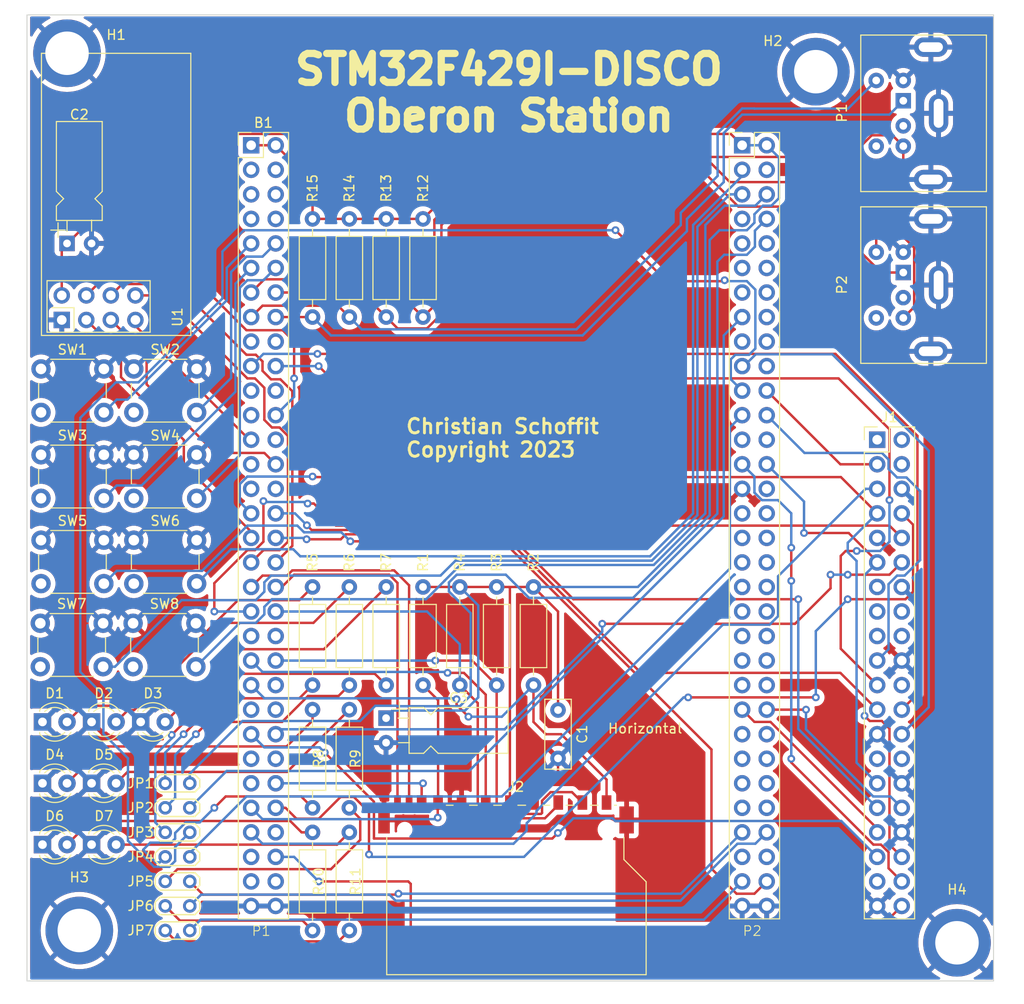
<source format=kicad_pcb>
(kicad_pcb (version 20221018) (generator pcbnew)
  (layers (0 "F.Cu" signal) (1 "In1.Cu" signal) (2 "In2.Cu" signal) (31 "B.Cu" signal) (34 "B.Paste" user) (35 "F.Paste" user) (36 "B.SilkS" user "B.Silkscreen") (37 "F.SilkS" user "F.Silkscreen") (38 "B.Mask" user) (39 "F.Mask" user) (44 "Edge.Cuts" user))
  (net 0 "")
  (net 1 "+5V")
  (net 8 "/PB1")
  (net 9 "/PB2")
  (net 10 "/PB3")
  (net 11 "/PB4")
  (net 12 "/CLOCK2")
  (net 13 "/DATA2")
  (net 14 "/CLOCK1")
  (net 15 "/DATA1")
  (net 18 "/B6")
  (net 19 "/B7")
  (net 23 "/CS")
  (net 24 "/MISO")
  (net 27 "/SCK")
  (net 30 "/B3")
  (net 31 "/B4")
  (net 32 "/CE")
  (net 33 "/G3")
  (net 34 "/IRQ")
  (net 35 "/MOSI")
  (net 36 "/CARD_DETECT")
  (net 37 "/WRITE_PROTECT")
  (net 38 "/G7")
  (net 39 "/SDIO_CMD")
  (net 42 "/SDIO_CK")
  (net 43 "/SDIO_D3")
  (net 44 "/SDIO_D2")
  (net 48 "/R5")
  (net 49 "/R4")
  (net 53 "/SDIO_D1")
  (net 54 "/SDIO_D0")
  (net 55 "/G6")
  (net 56 "/H_SYNC")
  (net 59 "/R7")
  (net 62 "GND")
  (net 63 "+3V0")
  (net 64 "/PB6")
  (net 66 "/PB7")
  (net 67 "/PB8")
  (net 69 "/LED1")
  (net 76 "/LED2")
  (net 80 "/B5")
  (net 82 "/LED3")
  (net 83 "/V_SYNC")
  (net 84 "/LED4")
  (net 85 "/G2")
  (net 88 "/R6")
  (net 89 "/R3")
  (net 107 "/G5")
  (net 108 "/G4")
  (net 117 "/LED5")
  (net 118 "/LED6")
  (net 121 "/LED7")
  (net 122 "/PB5")
  (net 123 "Net-(D1-A)")
  (net 124 "Net-(D2-A)")
  (net 125 "Net-(D3-A)")
  (net 126 "Net-(D4-A)")
  (net 127 "Net-(D5-A)")
  (net 128 "Net-(D6-A)")
  (net 129 "Net-(D7-A)")
  (net 142 "Net-(JP1-A)")
  (net 143 "Net-(JP2-A)")
  (net 144 "Net-(JP3-A)")
  (net 145 "Net-(JP4-A)")
  (net 146 "Net-(JP5-A)")
  (net 147 "Net-(JP6-A)")
  (net 148 "Net-(JP7-A)")
  (footprint "Resistor_THT:R_Axial_DIN0207_L6.3mm_D2.5mm_P10.16mm_Horizontal" (layer "F.Cu") (at 129.54 144.78 90)
    (fp_text reference "R10")
    (fp_text value "220")
  )
  (footprint "TestPoint:TestPoint_2Pads_Pitch2.54mm_Drill0.8mm" (layer "F.Cu") (at 114.3 132.08)
    (fp_text reference "JP2")
    (fp_text value "LED2")
  )
  (footprint "Button_Switch_THT:SW_PUSH_6mm" (layer "F.Cu") (at 111.05 104.375)
    (fp_text reference "SW6")
    (fp_text value "PB")
  )
  (footprint "Resistor_THT:R_Axial_DIN0207_L6.3mm_D2.5mm_P10.16mm_Horizontal" (layer "F.Cu") (at 140.97 71.12 -90)
    (fp_text reference "R12")
    (fp_text value "10K")
  )
  (footprint "Connector_PinHeader_2.54mm:PinHeader_2x20_P2.54mm_Vertical" (layer "F.Cu") (at 187.96 93.98)
    (fp_text reference "J1")
    (fp_text value "VGA_666_ADAPTER")
  )
  (footprint "TestPoint:TestPoint_2Pads_Pitch2.54mm_Drill0.8mm" (layer "F.Cu") (at 114.3 142.24)
    (fp_text reference "JP6")
    (fp_text value "LED6")
  )
  (footprint "LED_THT:LED_D3.0mm" (layer "F.Cu") (at 106.68 129.54)
    (fp_text reference "D5")
    (fp_text value "LED")
  )
  (footprint "LED_THT:LED_D3.0mm" (layer "F.Cu") (at 106.68 135.89)
    (fp_text reference "D7")
    (fp_text value "LED")
  )
  (footprint "Button_Switch_THT:SW_PUSH_6mm" (layer "F.Cu") (at 101.45 86.65)
    (fp_text reference "SW1")
    (fp_text value "PB")
  )
  (footprint "MountingHole:MountingHole_4.5mm_Pad_Small" (layer "F.Cu") (at 181.61 55.88)
    (fp_text reference "H2")
    (fp_text value "MountingHole_Pad")
  )
  (footprint "Custom_Footprints:Connector_Mini-DIN_Female_6Pin_2rows" (layer "F.Cu") (at 190.66 76.67 90)
    (fp_text reference "P2")
    (fp_text value "Mini-DIN_6pins-KB_MOUSE")
  )
  (footprint "Button_Switch_THT:SW_PUSH_6mm" (layer "F.Cu") (at 110.975 112.975)
    (fp_text reference "SW8")
    (fp_text value "PB")
  )
  (footprint "Connector_Card:SD_AC_SL1100" (layer "F.Cu") (at 150.585 140.97)
    (fp_text reference "J2")
    (fp_text value "SD_Card")
  )
  (footprint "Resistor_THT:R_Axial_DIN0207_L6.3mm_D2.5mm_P10.16mm_Horizontal" (layer "F.Cu") (at 144.78 109.22 -90)
    (fp_text reference "R4")
    (fp_text value "4K7")
  )
  (footprint "LED_THT:LED_D3.0mm" (layer "F.Cu") (at 101.6 123.19)
    (fp_text reference "D1")
    (fp_text value "LED")
  )
  (footprint "Button_Switch_THT:SW_PUSH_6mm" (layer "F.Cu") (at 111.05 86.65)
    (fp_text reference "SW2")
    (fp_text value "PB")
  )
  (footprint "Resistor_THT:R_Axial_DIN0207_L6.3mm_D2.5mm_P10.16mm_Horizontal" (layer "F.Cu") (at 133.35 132.08 90)
    (fp_text reference "R9")
    (fp_text value "220")
  )
  (footprint "Discovery_Board:STM32F429I_DISCO" (layer "F.Cu") (at 123.19 63.5)
    (fp_text reference "B1")
    (fp_text value "STM32F429I_DISCO")
  )
  (footprint "TestPoint:TestPoint_2Pads_Pitch2.54mm_Drill0.8mm" (layer "F.Cu") (at 114.3 134.62)
    (fp_text reference "JP3")
    (fp_text value "LED3")
  )
  (footprint "Custom_Footprints:Connector_Mini-DIN_Female_6Pin_2rows" (layer "F.Cu") (at 190.66 58.89 90)
    (fp_text reference "P1")
    (fp_text value "Mini-DIN_6pins-KB_MOUSE")
  )
  (footprint "Button_Switch_THT:SW_PUSH_6mm" (layer "F.Cu") (at 111.05 95.54)
    (fp_text reference "SW4")
    (fp_text value "PB")
  )
  (footprint "Resistor_THT:R_Axial_DIN0207_L6.3mm_D2.5mm_P10.16mm_Horizontal" (layer "F.Cu") (at 152.4 109.22 -90)
    (fp_text reference "R2")
    (fp_text value "4K7")
  )
  (footprint "Resistor_THT:R_Axial_DIN0207_L6.3mm_D2.5mm_P10.16mm_Horizontal" (layer "F.Cu") (at 133.35 144.78 90)
    (fp_text reference "R11")
    (fp_text value "220")
  )
  (footprint "MountingHole:MountingHole_4.5mm_Pad_Small" (layer "F.Cu") (at 104.14 53.975)
    (fp_text reference "H1")
    (fp_text value "MountingHole_Pad")
  )
  (footprint "LED_THT:LED_D3.0mm" (layer "F.Cu") (at 101.6 129.54)
    (fp_text reference "D4")
    (fp_text value "LED")
  )
  (footprint "Capacitor_THT:CP_Radial_L10.0mm_D4.5mm_Horizontal" (layer "F.Cu") (at 137.15 124.0675)
    (fp_text reference "C3")
    (fp_text value "100u")
  )
  (footprint "MountingHole:MountingHole_4.5mm_Pad_Small" (layer "F.Cu") (at 105.41 144.78)
    (fp_text reference "H3")
    (fp_text value "MountingHole_Pad")
  )
  (footprint "Capacitor_THT:C_Disc_D7.0mm_W2.5mm_P5.00mm" (layer "F.Cu") (at 154.94 121.96 -90)
    (fp_text reference "C1")
    (fp_text value "100n")
  )
  (footprint "Resistor_THT:R_Axial_DIN0207_L6.3mm_D2.5mm_P10.16mm_Horizontal" (layer "F.Cu") (at 129.54 132.08 90)
    (fp_text reference "R8")
    (fp_text value "220")
  )
  (footprint "LED_THT:LED_D3.0mm" (layer "F.Cu") (at 111.76 123.19)
    (fp_text reference "D3")
    (fp_text value "LED")
  )
  (footprint "TestPoint:TestPoint_2Pads_Pitch2.54mm_Drill0.8mm" (layer "F.Cu") (at 114.3 139.7)
    (fp_text reference "JP5")
    (fp_text value "LED5")
  )
  (footprint "Resistor_THT:R_Axial_DIN0207_L6.3mm_D2.5mm_P10.16mm_Horizontal" (layer "F.Cu") (at 148.59 109.22 -90)
    (fp_text reference "R3")
    (fp_text value "4K7")
  )
  (footprint "Resistor_THT:R_Axial_DIN0207_L6.3mm_D2.5mm_P10.16mm_Horizontal" (layer "F.Cu") (at 133.35 119.38 90)
    (fp_text reference "R6")
    (fp_text value "220")
  )
  (footprint "Capacitor_THT:CP_Radial_L10.0mm_D4.5mm_Horizontal" (layer "F.Cu") (at 105.41 73.66 90)
    (fp_text reference "C2")
    (fp_text value "100u")
  )
  (footprint "MountingHole:MountingHole_4.5mm_Pad_Small" (layer "F.Cu") (at 196.215 146.05)
    (fp_text reference "H4")
    (fp_text value "MountingHole_Pad")
  )
  (footprint "TestPoint:TestPoint_2Pads_Pitch2.54mm_Drill0.8mm" (layer "F.Cu") (at 114.3 129.54)
    (fp_text reference "JP1")
    (fp_text value "LED1")
  )
  (footprint "Resistor_THT:R_Axial_DIN0207_L6.3mm_D2.5mm_P10.16mm_Horizontal" (layer "F.Cu") (at 129.54 71.12 -90)
    (fp_text reference "R15")
    (fp_text value "10K")
  )
  (footprint "TestPoint:TestPoint_2Pads_Pitch2.54mm_Drill0.8mm" (layer "F.Cu") (at 114.3 144.78)
    (fp_text reference "JP7")
    (fp_text value "LED7")
  )
  (footprint "Button_Switch_THT:SW_PUSH_6mm" (layer "F.Cu") (at 101.375 112.975)
    (fp_text reference "SW7")
    (fp_text value "PB")
  )
  (footprint "Resistor_THT:R_Axial_DIN0207_L6.3mm_D2.5mm_P10.16mm_Horizontal" (layer "F.Cu") (at 137.16 71.12 -90)
    (fp_text reference "R13")
    (fp_text value "10K")
  )
  (footprint "Resistor_THT:R_Axial_DIN0207_L6.3mm_D2.5mm_P10.16mm_Horizontal" (layer "F.Cu") (at 140.97 109.22 -90)
    (fp_text reference "R1")
    (fp_text value "4K7")
  )
  (footprint "RF_Module:nRF24L01_Breakout" (layer "F.Cu") (at 103.595 81.58 90)
    (fp_text reference "U1")
    (fp_text value "NRF24L01_Breakout")
  )
  (footprint "LED_THT:LED_D3.0mm" (layer "F.Cu") (at 106.68 123.19)
    (fp_text reference "D2")
    (fp_text value "LED")
  )
  (footprint "TestPoint:TestPoint_2Pads_Pitch2.54mm_Drill0.8mm" (layer "F.Cu") (at 114.3 137.16)
    (fp_text reference "JP4")
    (fp_text value "LED4")
  )
  (footprint "Button_Switch_THT:SW_PUSH_6mm" (layer "F.Cu") (at 101.45 95.54)
    (fp_text reference "SW3")
    (fp_text value "PB")
  )
  (footprint "Resistor_THT:R_Axial_DIN0207_L6.3mm_D2.5mm_P10.16mm_Horizontal" (layer "F.Cu") (at 137.16 119.38 90)
    (fp_text reference "R7")
    (fp_text value "220")
  )
  (footprint "Button_Switch_THT:SW_PUSH_6mm" (layer "F.Cu") (at 101.45 104.375)
    (fp_text reference "SW5")
    (fp_text value "PB")
  )
  (footprint "Resistor_THT:R_Axial_DIN0207_L6.3mm_D2.5mm_P10.16mm_Horizontal" (layer "F.Cu") (at 133.35 71.12 -90)
    (fp_text reference "R14")
    (fp_text value "10K")
  )
  (footprint "LED_THT:LED_D3.0mm" (layer "F.Cu") (at 101.6 135.89)
    (fp_text reference "D6")
    (fp_text value "LED")
  )
  (footprint "Resistor_THT:R_Axial_DIN0207_L6.3mm_D2.5mm_P10.16mm_Horizontal" (layer "F.Cu") (at 129.54 119.38 90)
    (fp_text reference "R5")
    (fp_text value "220")
  )
  (gr_line (start 200 50) (end 200 150) (stroke (width 0.1)) (layer "Edge.Cuts"))
  (gr_line (start 100 150) (end 100 50) (stroke (width 0.1)) (layer "Edge.Cuts"))
  (gr_line (start 200 150) (end 100 150) (stroke (width 0.1)) (layer "Edge.Cuts"))
  (gr_line (start 100 50) (end 200 50) (stroke (width 0.1)) (layer "Edge.Cuts"))
  (gr_text "Horizontal" (at 160.02 124.46) (layer "F.SilkS") (effects (font (size 1 1)) (justify left bottom)))
  (gr_text "STM32F429I-DISCO\nOberon Station" (at 149.86 62.23) (layer "F.SilkS") (effects (font (size 3 3) (thickness 0.75) bold) (justify bottom)))
  (gr_text "Christian Schoffit\nCopyright 2023" (at 139.065 95.885) (layer "F.SilkS") (effects (font (size 1.5 1.5) (thickness 0.3) bold) (justify left bottom)))
  (segment (start 133.35 71.12) (end 137.16 71.12) (width 0.25) (layer "F.Cu") (net 1))
  (segment (start 125.73 63.5) (end 123.19 63.5) (width 0.25) (layer "F.Cu") (net 1))
  (segment (start 140.97 71.12) (end 147.382005 64.707995) (width 0.25) (layer "F.Cu") (net 1))
  (segment (start 190.66 63.59) (end 190.66 72.979009) (width 0.25) (layer "F.Cu") (net 1))
  (segment (start 185.151014 64.707995) (end 187.394009 62.465) (width 0.25) (layer "F.Cu") (net 1))
  (segment (start 189.535 62.465) (end 190.66 63.59) (width 0.25) (layer "F.Cu") (net 1))
  (segment (start 191.785 80.245) (end 190.66 81.37) (width 0.25) (layer "F.Cu") (net 1))
  (segment (start 129.54 71.12) (end 133.35 71.12) (width 0.25) (layer "F.Cu") (net 1))
  (segment (start 187.394009 62.465) (end 189.535 62.465) (width 0.25) (layer "F.Cu") (net 1))
  (segment (start 191.785 74.104009) (end 191.785 80.245) (width 0.25) (layer "F.Cu") (net 1))
  (segment (start 190.66 72.979009) (end 191.785 74.104009) (width 0.25) (layer "F.Cu") (net 1))
  (segment (start 129.54 67.31) (end 129.54 71.12) (width 0.25) (layer "F.Cu") (net 1))
  (segment (start 147.382005 64.707995) (end 185.151014 64.707995) (width 0.25) (layer "F.Cu") (net 1))
  (segment (start 125.73 63.5) (end 129.54 67.31) (width 0.25) (layer "F.Cu") (net 1))
  (segment (start 137.16 71.12) (end 140.97 71.12) (width 0.25) (layer "F.Cu") (net 1))
  (segment (start 120.666497 79.543026) (end 120.666497 76.183503) (width 0.25) (layer "B.Cu") (net 8))
  (segment (start 120.666497 76.183503) (end 123.19 73.66) (width 0.25) (layer "B.Cu") (net 8))
  (segment (start 107.95 91.15) (end 109.275 89.825) (width 0.25) (layer "B.Cu") (net 8))
  (segment (start 109.275 89.825) (end 110.384523 89.825) (width 0.25) (layer "B.Cu") (net 8))
  (segment (start 110.384523 89.825) (end 120.666497 79.543026) (width 0.25) (layer "B.Cu") (net 8))
  (segment (start 121.115998 76.612301) (end 122.703299 75.025) (width 0.25) (layer "B.Cu") (net 9))
  (segment (start 121.115998 87.584002) (end 121.115998 76.612301) (width 0.25) (layer "B.Cu") (net 9))
  (segment (start 124.365 75.025) (end 125.73 73.66) (width 0.25) (layer "B.Cu") (net 9))
  (segment (start 122.703299 75.025) (end 124.365 75.025) (width 0.25) (layer "B.Cu") (net 9))
  (segment (start 117.55 91.15) (end 121.115998 87.584002) (width 0.25) (layer "B.Cu") (net 9))
  (segment (start 107.95 100.04) (end 109.275 98.715) (width 0.25) (layer "B.Cu") (net 10))
  (segment (start 111.858833 98.715) (end 121.565499 89.008334) (width 0.25) (layer "B.Cu") (net 10))
  (segment (start 109.275 98.715) (end 111.858833 98.715) (width 0.25) (layer "B.Cu") (net 10))
  (segment (start 121.565499 89.008334) (end 121.565499 77.824501) (width 0.25) (layer "B.Cu") (net 10))
  (segment (start 121.565499 77.824501) (end 123.19 76.2) (width 0.25) (layer "B.Cu") (net 10))
  (segment (start 117.55 100.04) (end 122.015 95.575) (width 0.25) (layer "B.Cu") (net 11))
  (segment (start 122.015 95.575) (end 122.015 78.253299) (width 0.25) (layer "B.Cu") (net 11))
  (segment (start 122.015 78.253299) (end 122.798299 77.47) (width 0.25) (layer "B.Cu") (net 11))
  (segment (start 124.46 77.47) (end 125.73 76.2) (width 0.25) (layer "B.Cu") (net 11))
  (segment (start 122.798299 77.47) (end 124.46 77.47) (width 0.25) (layer "B.Cu") (net 11))
  (segment (start 142.145 71.215) (end 147.955 65.405) (width 0.25) (layer "F.Cu") (net 12))
  (segment (start 187.96 69.215) (end 187.86 69.315) (width 0.25) (layer "F.Cu") (net 12))
  (segment (start 137.065 77.375) (end 124.555 77.375) (width 0.25) (layer "F.Cu") (net 12))
  (segment (start 172.72 67.31) (end 186.055 67.31) (width 0.25) (layer "F.Cu") (net 12))
  (segment (start 140.97 81.28) (end 142.145 80.105) (width 0.25) (layer "F.Cu") (net 12))
  (segment (start 140.97 81.28) (end 137.065 77.375) (width 0.25) (layer "F.Cu") (net 12))
  (segment (start 185.96 67.215) (end 187.96 69.215) (width 0.25) (layer "F.Cu") (net 12))
  (segment (start 124.555 77.375) (end 123.19 78.74) (width 0.25) (layer "F.Cu") (net 12))
  (segment (start 147.955 65.405) (end 170.815 65.405) (width 0.25) (layer "F.Cu") (net 12))
  (segment (start 142.145 80.105) (end 142.145 71.215) (width 0.25) (layer "F.Cu") (net 12))
  (segment (start 170.815 65.405) (end 172.72 67.31) (width 0.25) (layer "F.Cu") (net 12))
  (segment (start 187.86 69.315) (end 187.86 74.57) (width 0.25) (layer "F.Cu") (net 12))
  (segment (start 141.385991 82.455) (end 142.875 80.965991) (width 0.25) (layer "F.Cu") (net 13))
  (segment (start 137.16 81.28) (end 138.335 82.455) (width 0.25) (layer "F.Cu") (net 13))
  (segment (start 169.7883 66.04) (end 173.598299 69.85) (width 0.25) (layer "F.Cu") (net 13))
  (segment (start 148.59 66.04) (end 169.7883 66.04) (width 0.25) (layer "F.Cu") (net 13))
  (segment (start 137.16 81.28) (end 134.62 78.74) (width 0.25) (layer "F.Cu") (net 13))
  (segment (start 134.62 78.74) (end 125.73 78.74) (width 0.25) (layer "F.Cu") (net 13))
  (segment (start 138.335 82.455) (end 141.385991 82.455) (width 0.25) (layer "F.Cu") (net 13))
  (segment (start 186.055 74.355991) (end 188.369009 76.67) (width 0.25) (layer "F.Cu") (net 13))
  (segment (start 186.055 69.85) (end 186.055 74.355991) (width 0.25) (layer "F.Cu") (net 13))
  (segment (start 142.875 80.965991) (end 142.875 71.755) (width 0.25) (layer "F.Cu") (net 13))
  (segment (start 142.875 71.755) (end 148.59 66.04) (width 0.25) (layer "F.Cu") (net 13))
  (segment (start 188.369009 76.67) (end 190.66 76.67) (width 0.25) (layer "F.Cu") (net 13))
  (segment (start 173.598299 69.85) (end 186.055 69.85) (width 0.25) (layer "F.Cu") (net 13))
  (segment (start 124.365 80.105) (end 123.19 81.28) (width 0.25) (layer "F.Cu") (net 14))
  (segment (start 132.175 80.105) (end 124.365 80.105) (width 0.25) (layer "F.Cu") (net 14))
  (segment (start 133.35 81.28) (end 132.175 80.105) (width 0.25) (layer "F.Cu") (net 14))
  (segment (start 171.45 66.675) (end 171.45 62.23) (width 0.25) (layer "B.Cu") (net 14))
  (segment (start 167.64 70.485) (end 171.45 66.675) (width 0.25) (layer "B.Cu") (net 14))
  (segment (start 133.35 81.28) (end 134.62 82.55) (width 0.25) (layer "B.Cu") (net 14))
  (segment (start 156.845 82.55) (end 167.64 71.755) (width 0.25) (layer "B.Cu") (net 14))
  (segment (start 173.99 59.69) (end 175.245 59.69) (width 0.25) (layer "B.Cu") (net 14))
  (segment (start 171.45 62.23) (end 173.99 59.69) (width 0.25) (layer "B.Cu") (net 14))
  (segment (start 134.62 82.55) (end 156.845 82.55) (width 0.25) (layer "B.Cu") (net 14))
  (segment (start 175.26 59.705) (end 184.945 59.705) (width 0.25) (layer "B.Cu") (net 14))
  (segment (start 175.245 59.69) (end 175.26 59.705) (width 0.25) (layer "B.Cu") (net 14))
  (segment (start 167.64 71.755) (end 167.64 70.485) (width 0.25) (layer "B.Cu") (net 14))
  (segment (start 187.86 56.79) (end 184.945 59.705) (width 0.25) (layer "B.Cu") (net 14))
  (segment (start 125.73 81.28) (end 129.54 81.28) (width 0.25) (layer "F.Cu") (net 15))
  (segment (start 189.225 60.325) (end 173.99069 60.325) (width 0.25) (layer "B.Cu") (net 15))
  (segment (start 168.275 71.12) (end 168.275 72.39) (width 0.25) (layer "B.Cu") (net 15))
  (segment (start 190.66 58.89) (end 189.225 60.325) (width 0.25) (layer "B.Cu") (net 15))
  (segment (start 168.275 72.39) (end 157.48 83.185) (width 0.25) (layer "B.Cu") (net 15))
  (segment (start 172.085 62.23069) (end 172.085 67.31) (width 0.25) (layer "B.Cu") (net 15))
  (segment (start 157.48 83.185) (end 131.445 83.185) (width 0.25) (layer "B.Cu") (net 15))
  (segment (start 172.085 67.31) (end 168.275 71.12) (width 0.25) (layer "B.Cu") (net 15))
  (segment (start 131.445 83.185) (end 129.54 81.28) (width 0.25) (layer "B.Cu") (net 15))
  (segment (start 173.99069 60.325) (end 172.085 62.23069) (width 0.25) (layer "B.Cu") (net 15))
  (segment (start 183.642 85.09) (end 130.048 85.09) (width 0.25) (layer "F.Cu") (net 18))
  (segment (start 192.124501 93.572501) (end 183.642 85.09) (width 0.25) (layer "F.Cu") (net 18))
  (segment (start 190.5 121.92) (end 192.124501 120.295499) (width 0.25) (layer "F.Cu") (net 18))
  (segment (start 192.124501 120.295499) (end 192.124501 93.572501) (width 0.25) (layer "F.Cu") (net 18))
  (via (at 130.048 85.09) (size 0.8) (drill 0.4) (layers "F.Cu" "B.Cu") (net 18))
  (segment (start 130.048 85.09) (end 124.46 85.09) (width 0.25) (layer "B.Cu") (net 18))
  (segment (start 124.46 85.09) (end 123.19 86.36) (width 0.25) (layer "B.Cu") (net 18))
  (segment (start 184.702116 105.492884) (end 185.845117 105.492884) (width 0.25) (layer "F.Cu") (net 19))
  (segment (start 189.23 100.120688) (end 189.125344 100.225344) (width 0.25) (layer "F.Cu") (net 19))
  (segment (start 131.445 87.63) (end 183.96 87.63) (width 0.25) (layer "F.Cu") (net 19))
  (segment (start 189.23 92.9) (end 189.23 100.120688) (width 0.25) (layer "F.Cu") (net 19))
  (segment (start 183.96 87.63) (end 189.23 92.9) (width 0.25) (layer "F.Cu") (net 19))
  (segment (start 130.175 86.36) (end 131.445 87.63) (width 0.25) (layer "F.Cu") (net 19))
  (segment (start 184.1875 115.6075) (end 184.1875 106.0075) (width 0.25) (layer "F.Cu") (net 19))
  (segment (start 187.96 119.38) (end 184.1875 115.6075) (width 0.25) (layer "F.Cu") (net 19))
  (segment (start 184.1875 106.0075) (end 184.702116 105.492884) (width 0.25) (layer "F.Cu") (net 19))
  (via (at 185.845117 105.492884) (size 0.8) (drill 0.4) (layers "F.Cu" "B.Cu") (net 19))
  (via (at 189.23 100.225344) (size 0.8) (drill 0.4) (layers "F.Cu" "B.Cu") (net 19))
  (via (at 130.175 86.36) (size 0.8) (drill 0.4) (layers "F.Cu" "B.Cu") (net 19))
  (segment (start 188.268817 105.492884) (end 185.845117 105.492884) (width 0.25) (layer "B.Cu") (net 19))
  (segment (start 189.23 104.531701) (end 188.268817 105.492884) (width 0.25) (layer "B.Cu") (net 19))
  (segment (start 189.23 100.33) (end 189.23 104.531701) (width 0.25) (layer "B.Cu") (net 19))
  (segment (start 130.175 86.36) (end 125.73 86.36) (width 0.25) (layer "B.Cu") (net 19))
  (segment (start 117.473798 77.415499) (end 122.703299 82.645) (width 0.25) (layer "F.Cu") (net 23))
  (segment (start 122.703299 82.645) (end 126.46 82.645) (width 0.25) (layer "F.Cu") (net 23))
  (segment (start 126.46 82.645) (end 127.635 83.82) (width 0.25) (layer "F.Cu") (net 23))
  (segment (start 127.635 83.82) (end 127.635 87.63) (width 0.25) (layer "F.Cu") (net 23))
  (segment (start 107.759501 77.415499) (end 117.473798 77.415499) (width 0.25) (layer "F.Cu") (net 23))
  (segment (start 106.135 79.04) (end 107.759501 77.415499) (width 0.25) (layer "F.Cu") (net 23))
  (via (at 127.635 87.63) (size 0.8) (drill 0.4) (layers "F.Cu" "B.Cu") (net 23))
  (segment (start 125.73 91.44) (end 127.635 89.535) (width 0.25) (layer "B.Cu") (net 23))
  (segment (start 127.635 89.535) (end 127.635 87.63) (width 0.25) (layer "B.Cu") (net 23))
  (segment (start 123.006167 93.98) (end 123.19 93.98) (width 0.25) (layer "F.Cu") (net 24))
  (segment (start 111.215 82.188833) (end 123.006167 93.98) (width 0.25) (layer "F.Cu") (net 24))
  (segment (start 111.215 81.58) (end 111.215 82.188833) (width 0.25) (layer "F.Cu") (net 24))
  (segment (start 108.675 81.58) (end 112.375 85.28) (width 0.25) (layer "F.Cu") (net 27))
  (segment (start 124.555 95.345) (end 125.73 96.52) (width 0.25) (layer "F.Cu") (net 27))
  (segment (start 112.375 88.245) (end 119.475 95.345) (width 0.25) (layer "F.Cu") (net 27))
  (segment (start 119.475 95.345) (end 124.555 95.345) (width 0.25) (layer "F.Cu") (net 27))
  (segment (start 112.375 85.28) (end 112.375 88.245) (width 0.25) (layer "F.Cu") (net 27))
  (segment (start 129.607811 97.848499) (end 129.598499 97.848499) (width 0.25) (layer "F.Cu") (net 30))
  (segment (start 184.208499 97.848499) (end 129.607811 97.848499) (width 0.25) (layer "F.Cu") (net 30))
  (segment (start 129.598499 97.848499) (end 129.54 97.79) (width 0.25) (layer "F.Cu") (net 30))
  (segment (start 187.96 101.6) (end 184.208499 97.848499) (width 0.25) (layer "F.Cu") (net 30))
  (via (at 129.54 97.79) (size 0.8) (drill 0.4) (layers "F.Cu" "B.Cu") (net 30))
  (segment (start 122.798299 97.79) (end 122.015 98.573299) (width 0.25) (layer "B.Cu") (net 30))
  (segment (start 129.54 97.79) (end 122.798299 97.79) (width 0.25) (layer "B.Cu") (net 30))
  (segment (start 187.96 129.54) (end 185.8264 127.4064) (width 0.25) (layer "B.Cu") (net 30))
  (segment (start 184.912 104.648) (end 187.96 101.6) (width 0.25) (layer "B.Cu") (net 30))
  (segment (start 122.015 100.425) (end 123.19 101.6) (width 0.25) (layer "B.Cu") (net 30))
  (segment (start 122.015 98.573299) (end 122.015 100.425) (width 0.25) (layer "B.Cu") (net 30))
  (segment (start 184.912 105.6132) (end 184.912 104.648) (width 0.25) (layer "B.Cu") (net 30))
  (segment (start 185.8264 106.5276) (end 184.912 105.6132) (width 0.25) (layer "B.Cu") (net 30))
  (segment (start 185.8264 127.4064) (end 185.8264 106.5276) (width 0.25) (layer "B.Cu") (net 30))
  (segment (start 149.361872 103.319501) (end 129.442526 103.319501) (width 0.25) (layer "F.Cu") (net 31))
  (segment (start 179.7945 110.49) (end 156.532371 110.49) (width 0.25) (layer "F.Cu") (net 31))
  (segment (start 129.442526 103.319501) (end 128.956999 102.833974) (width 0.25) (layer "F.Cu") (net 31))
  (segment (start 156.532371 110.49) (end 149.361872 103.319501) (width 0.25) (layer "F.Cu") (net 31))
  (via (at 179.7945 110.49) (size 0.8) (drill 0.4) (layers "F.Cu" "B.Cu") (net 31))
  (via (at 128.956999 102.833974) (size 0.8) (drill 0.4) (layers "F.Cu" "B.Cu") (net 31))
  (segment (start 125.73 101.6) (end 127.723104 101.6) (width 0.25) (layer "B.Cu") (net 31))
  (segment (start 128.956999 102.833895) (end 128.956999 102.833974) (width 0.25) (layer "B.Cu") (net 31))
  (segment (start 187.96 132.08) (end 179.7945 123.9145) (width 0.25) (layer "B.Cu") (net 31))
  (segment (start 127.723104 101.6) (end 128.956999 102.833895) (width 0.25) (layer "B.Cu") (net 31))
  (segment (start 179.7945 123.9145) (end 179.7945 110.49) (width 0.25) (layer "B.Cu") (net 31))
  (segment (start 116.225 96.54) (end 123.19 103.505) (width 0.25) (layer "F.Cu") (net 32))
  (segment (start 109.725 85.17) (end 109.725 87.5) (width 0.25) (layer "F.Cu") (net 32))
  (segment (start 123.19 103.505) (end 123.19 104.14) (width 0.25) (layer "F.Cu") (net 32))
  (segment (start 106.135 81.58) (end 109.725 85.17) (width 0.25) (layer "F.Cu") (net 32))
  (segment (start 116.225 94) (end 116.225 96.54) (width 0.25) (layer "F.Cu") (net 32))
  (segment (start 109.725 87.5) (end 116.225 94) (width 0.25) (layer "F.Cu") (net 32))
  (segment (start 132.977622 103.769002) (end 132.46365 104.282974) (width 0.25) (layer "F.Cu") (net 33))
  (segment (start 149.175683 103.769002) (end 132.977622 103.769002) (width 0.25) (layer "F.Cu") (net 33))
  (segment (start 163.516681 118.11) (end 149.175683 103.769002) (width 0.25) (layer "F.Cu") (net 33))
  (segment (start 187.96 121.92) (end 184.15 118.11) (width 0.25) (layer "F.Cu") (net 33))
  (segment (start 184.15 118.11) (end 163.516681 118.11) (width 0.25) (layer "F.Cu") (net 33))
  (segment (start 132.46365 104.282974) (end 128.928243 104.282974) (width 0.25) (layer "F.Cu") (net 33))
  (via (at 128.928243 104.282974) (size 0.8) (drill 0.4) (layers "F.Cu" "B.Cu") (net 33))
  (segment (start 125.73 104.14) (end 128.785269 104.14) (width 0.25) (layer "B.Cu") (net 33))
  (segment (start 128.785269 104.14) (end 128.928243 104.282974) (width 0.25) (layer "B.Cu") (net 33))
  (segment (start 126.121701 92.71) (end 127 93.588299) (width 0.25) (layer "F.Cu") (net 34))
  (segment (start 127 93.588299) (end 127 104.531701) (width 0.25) (layer "F.Cu") (net 34))
  (segment (start 124.555 91.926701) (end 125.338299 92.71) (width 0.25) (layer "F.Cu") (net 34))
  (segment (start 127 104.531701) (end 126.121701 105.41) (width 0.25) (layer "F.Cu") (net 34))
  (segment (start 122.798299 87.63) (end 123.581701 87.63) (width 0.25) (layer "F.Cu") (net 34))
  (segment (start 126.121701 105.41) (end 124.46 105.41) (width 0.25) (layer "F.Cu") (net 34))
  (segment (start 123.581701 87.63) (end 124.555 88.603299) (width 0.25) (layer "F.Cu") (net 34))
  (segment (start 124.46 105.41) (end 123.19 106.68) (width 0.25) (layer "F.Cu") (net 34))
  (segment (start 124.555 88.603299) (end 124.555 91.926701) (width 0.25) (layer "F.Cu") (net 34))
  (segment (start 111.215 79.04) (end 114.208299 79.04) (width 0.25) (layer "F.Cu") (net 34))
  (segment (start 114.208299 79.04) (end 122.798299 87.63) (width 0.25) (layer "F.Cu") (net 34))
  (segment (start 125.338299 92.71) (end 126.121701 92.71) (width 0.25) (layer "F.Cu") (net 34))
  (segment (start 109.85 77.865) (end 115.383299 77.865) (width 0.25) (layer "F.Cu") (net 35))
  (segment (start 125.243299 87.725) (end 126.216701 87.725) (width 0.25) (layer "F.Cu") (net 35))
  (segment (start 127.45 88.958299) (end 127.45 104.96) (width 0.25) (layer "F.Cu") (net 35))
  (segment (start 124.365 86.846701) (end 125.243299 87.725) (width 0.25) (layer "F.Cu") (net 35))
  (segment (start 123.676701 85.185) (end 124.365 85.873299) (width 0.25) (layer "F.Cu") (net 35))
  (segment (start 127.45 104.96) (end 125.73 106.68) (width 0.25) (layer "F.Cu") (net 35))
  (segment (start 126.216701 87.725) (end 127.45 88.958299) (width 0.25) (layer "F.Cu") (net 35))
  (segment (start 108.675 79.04) (end 109.85 77.865) (width 0.25) (layer "F.Cu") (net 35))
  (segment (start 115.383299 77.865) (end 122.703299 85.185) (width 0.25) (layer "F.Cu") (net 35))
  (segment (start 124.365 85.873299) (end 124.365 86.846701) (width 0.25) (layer "F.Cu") (net 35))
  (segment (start 122.703299 85.185) (end 123.676701 85.185) (width 0.25) (layer "F.Cu") (net 35))
  (segment (start 139.53 131.535) (end 139.53 109.04931) (width 0.25) (layer "F.Cu") (net 36))
  (segment (start 127.449517 107.500499) (end 126.905016 108.045) (width 0.25) (layer "F.Cu") (net 36))
  (segment (start 124.365 108.045) (end 123.19 109.22) (width 0.25) (layer "F.Cu") (net 36))
  (segment (start 126.905016 108.045) (end 124.365 108.045) (width 0.25) (layer "F.Cu") (net 36))
  (segment (start 137.981189 107.500499) (end 127.449517 107.500499) (width 0.25) (layer "F.Cu") (net 36))
  (segment (start 139.53 109.04931) (end 137.981189 107.500499) (width 0.25) (layer "F.Cu") (net 36))
  (segment (start 138.33 131.535) (end 138.33 108.799009) (width 0.25) (layer "F.Cu") (net 37))
  (segment (start 137.480991 107.95) (end 127.635706 107.95) (width 0.25) (layer "F.Cu") (net 37))
  (segment (start 138.33 108.799009) (end 137.480991 107.95) (width 0.25) (layer "F.Cu") (net 37))
  (segment (start 127.635706 107.95) (end 126.365706 109.22) (width 0.25) (layer "F.Cu") (net 37))
  (segment (start 126.365706 109.22) (end 125.73 109.22) (width 0.25) (layer "F.Cu") (net 37))
  (segment (start 124.46 100.33) (end 124.46 104.531701) (width 0.25) (layer "F.Cu") (net 38))
  (segment (start 129.678 100.584) (end 129.032 100.584) (width 0.25) (layer "F.Cu") (net 38))
  (segment (start 122.798299 105.41) (end 119.38 108.828299) (width 0.25) (layer "F.Cu") (net 38))
  (segment (start 131.964 102.87) (end 129.678 100.584) (width 0.25) (layer "F.Cu") (net 38))
  (segment (start 119.38 108.828299) (end 119.38 111.76) (width 0.25) (layer "F.Cu") (net 38))
  (segment (start 124.46 104.531701) (end 123.581701 105.41) (width 0.25) (layer "F.Cu") (net 38))
  (segment (start 189.23 102.87) (end 131.964 102.87) (width 0.25) (layer "F.Cu") (net 38))
  (segment (start 190.5 104.14) (end 189.23 102.87) (width 0.25) (layer "F.Cu") (net 38))
  (segment (start 123.581701 105.41) (end 122.798299 105.41) (width 0.25) (layer "F.Cu") (net 38))
  (via (at 124.46 100.33) (size 0.8) (drill 0.4) (layers "F.Cu" "B.Cu") (net 38))
  (via (at 119.38 111.76) (size 0.8) (drill 0.4) (layers "F.Cu" "B.Cu") (net 38))
  (via (at 129.032 100.584) (size 0.8) (drill 0.4) (layers "F.Cu" "B.Cu") (net 38))
  (segment (start 128.873 100.425) (end 124.555 100.425) (width 0.25) (layer "B.Cu") (net 38))
  (segment (start 124.555 100.425) (end 124.46 100.33) (width 0.25) (layer "B.Cu") (net 38))
  (segment (start 129.032 100.584) (end 128.873 100.425) (width 0.25) (layer "B.Cu") (net 38))
  (segment (start 119.38 111.76) (end 123.19 111.76) (width 0.25) (layer "B.Cu") (net 38))
  (segment (start 147.189501 133.164501) (end 146.635 132.61) (width 0.25) (layer "F.Cu") (net 39))
  (segment (start 153.580499 133.164501) (end 147.189501 133.164501) (width 0.25) (layer "F.Cu") (net 39))
  (segment (start 154.96 131.785) (end 153.580499 133.164501) (width 0.25) (layer "F.Cu") (net 39))
  (segment (start 154.96 131.535) (end 154.96 131.785) (width 0.25) (layer "F.Cu") (net 39))
  (segment (start 146.635 132.61) (end 146.635 121.235) (width 0.25) (layer "F.Cu") (net 39))
  (segment (start 146.635 121.235) (end 144.78 119.38) (width 0.25) (layer "F.Cu") (net 39))
  (segment (start 144.78 119.38) (end 144.78 115.155002) (width 0.25) (layer "B.Cu") (net 39))
  (segment (start 141.384998 111.76) (end 125.73 111.76) (width 0.25) (layer "B.Cu") (net 39))
  (segment (start 144.78 115.155002) (end 141.384998 111.76) (width 0.25) (layer "B.Cu") (net 39))
  (segment (start 147.46 120.367201) (end 145.202799 118.11) (width 0.25) (layer "F.Cu") (net 42))
  (segment (start 145.202799 118.11) (end 143.51 118.11) (width 0.25) (layer "F.Cu") (net 42))
  (segment (start 147.46 131.535) (end 147.46 120.367201) (width 0.25) (layer "F.Cu") (net 42))
  (via (at 143.51 118.11) (size 0.8) (drill 0.4) (layers "F.Cu" "B.Cu") (net 42))
  (segment (start 124.365 118.015) (end 143.638201 118.015) (width 0.25) (layer "B.Cu") (net 42))
  (segment (start 123.19 116.84) (end 124.365 118.015) (width 0.25) (layer "B.Cu") (net 42))
  (segment (start 156.385 130.46) (end 154.171396 130.46) (width 0.25) (layer "F.Cu") (net 43))
  (segment (start 153.285 131.346396) (end 153.285 132.61) (width 0.25) (layer "F.Cu") (net 43))
  (segment (start 148.59 132.065) (end 148.59 119.38) (width 0.25) (layer "F.Cu") (net 43))
  (segment (start 153.18 132.715) (end 149.24 132.715) (width 0.25) (layer "F.Cu") (net 43))
  (segment (start 154.171396 130.46) (end 153.285 131.346396) (width 0.25) (layer "F.Cu") (net 43))
  (segment (start 146.05 116.84) (end 148.59 119.38) (width 0.25) (layer "F.Cu") (net 43))
  (segment (start 157.46 131.535) (end 156.385 130.46) (width 0.25) (layer "F.Cu") (net 43))
  (segment (start 153.285 132.61) (end 153.18 132.715) (width 0.25) (layer "F.Cu") (net 43))
  (segment (start 142.24 116.84) (end 146.05 116.84) (width 0.25) (layer "F.Cu") (net 43))
  (segment (start 149.24 132.715) (end 148.59 132.065) (width 0.25) (layer "F.Cu") (net 43))
  (via (at 142.24 116.84) (size 0.8) (drill 0.4) (layers "F.Cu" "B.Cu") (net 43))
  (segment (start 125.73 116.84) (end 142.24 116.84) (width 0.25) (layer "B.Cu") (net 43))
  (segment (start 155.260991 124.46) (end 153.67 124.46) (width 0.25) (layer "F.Cu") (net 44))
  (segment (start 144.442171 121.42118) (end 144.442171 120.839401) (width 0.25) (layer "F.Cu") (net 44))
  (segment (start 145.670147 122.649156) (end 144.442171 121.42118) (width 0.25) (layer "F.Cu") (net 44))
  (segment (start 152.4 123.19) (end 152.4 119.38) (width 0.25) (layer "F.Cu") (net 44))
  (segment (start 159.96 131.535) (end 159.96 129.159009) (width 0.25) (layer "F.Cu") (net 44))
  (segment (start 159.96 129.159009) (end 155.260991 124.46) (width 0.25) (layer "F.Cu") (net 44))
  (segment (start 153.67 124.46) (end 152.4 123.19) (width 0.25) (layer "F.Cu") (net 44))
  (via (at 145.670147 122.649156) (size 0.8) (drill 0.4) (layers "F.Cu" "B.Cu") (net 44))
  (via (at 144.442171 120.839401) (size 0.8) (drill 0.4) (layers "F.Cu" "B.Cu") (net 44))
  (segment (start 152.4 119.38) (end 149.130844 122.649156) (width 0.25) (layer "B.Cu") (net 44))
  (segment (start 144.34777 120.745) (end 144.442171 120.839401) (width 0.25) (layer "B.Cu") (net 44))
  (segment (start 123.19 119.38) (end 124.555 120.745) (width 0.25) (layer "B.Cu") (net 44))
  (segment (start 124.555 120.745) (end 144.34777 120.745) (width 0.25) (layer "B.Cu") (net 44))
  (segment (start 149.130844 122.649156) (end 145.670147 122.649156) (width 0.25) (layer "B.Cu") (net 44))
  (segment (start 135.895 131.45) (end 135.895 135.26) (width 0.25) (layer "F.Cu") (net 48))
  (segment (start 135.895 135.26) (end 154.345041 135.26) (width 0.25) (layer "F.Cu") (net 48))
  (segment (start 130.81 126.365) (end 135.895 131.45) (width 0.25) (layer "F.Cu") (net 48))
  (segment (start 154.345041 135.26) (end 154.924219 134.680822) (width 0.25) (layer "F.Cu") (net 48))
  (via (at 130.81 126.365) (size 0.8) (drill 0.4) (layers "F.Cu" "B.Cu") (net 48))
  (via (at 154.924219 134.680822) (size 0.8) (drill 0.4) (layers "F.Cu" "B.Cu") (net 48))
  (segment (start 184.245 133.445) (end 160.856701 133.445) (width 0.25) (layer "B.Cu") (net 48))
  (segment (start 187.96 137.16) (end 184.245 133.445) (width 0.25) (layer "B.Cu") (net 48))
  (segment (start 130.81 126.365) (end 130.27 125.825) (width 0.25) (layer "B.Cu") (net 48))
  (segment (start 160.571701 133.16) (end 156.52769 133.16) (width 0.25) (layer "B.Cu") (net 48))
  (segment (start 160.856701 133.445) (end 160.571701 133.16) (width 0.25) (layer "B.Cu") (net 48))
  (segment (start 155.006868 134.680822) (end 154.924219 134.680822) (width 0.25) (layer "B.Cu") (net 48))
  (segment (start 124.555 125.825) (end 123.19 124.46) (width 0.25) (layer "B.Cu") (net 48))
  (segment (start 130.27 125.825) (end 124.555 125.825) (width 0.25) (layer "B.Cu") (net 48))
  (segment (start 156.52769 133.16) (end 155.006868 134.680822) (width 0.25) (layer "B.Cu") (net 48))
  (segment (start 183.134 107.95) (end 183.134 109.357701) (width 0.25) (layer "F.Cu") (net 49))
  (segment (start 189.23 107.95) (end 184.912 107.95) (width 0.25) (layer "F.Cu") (net 49))
  (segment (start 179.461701 113.03) (end 159.512 113.03) (width 0.25) (layer "F.Cu") (net 49))
  (segment (start 190.5 106.68) (end 189.23 107.95) (width 0.25) (layer "F.Cu") (net 49))
  (segment (start 183.134 109.357701) (end 179.461701 113.03) (width 0.25) (layer "F.Cu") (net 49))
  (via (at 159.512 113.03) (size 0.8) (drill 0.4) (layers "F.Cu" "B.Cu") (net 49))
  (via (at 184.912 107.95) (size 0.8) (drill 0.4) (layers "F.Cu" "B.Cu") (net 49))
  (via (at 183.134 107.95) (size 0.8) (drill 0.4) (layers "F.Cu" "B.Cu") (net 49))
  (segment (start 184.912 107.95) (end 183.134 107.95) (width 0.25) (layer "B.Cu") (net 49))
  (segment (start 149.418991 123.952) (end 126.238 123.952) (width 0.25) (layer "B.Cu") (net 49))
  (segment (start 159.512 113.03) (end 159.512 113.858991) (width 0.25) (layer "B.Cu") (net 49))
  (segment (start 159.512 113.858991) (end 149.418991 123.952) (width 0.25) (layer "B.Cu") (net 49))
  (segment (start 126.238 123.952) (end 125.73 124.46) (width 0.25) (layer "B.Cu") (net 49))
  (segment (start 140.83 129.68) (end 140.97 129.54) (width 0.25) (layer "F.Cu") (net 53))
  (segment (start 140.83 131.535) (end 140.83 129.68) (width 0.25) (layer "F.Cu") (net 53))
  (via (at 140.97 129.54) (size 0.8) (drill 0.4) (layers "F.Cu" "B.Cu") (net 53))
  (segment (start 140.97 129.54) (end 125.73 129.54) (width 0.25) (layer "B.Cu") (net 53))
  (segment (start 142.494 131.571) (end 142.53 131.535) (width 0.25) (layer "F.Cu") (net 54))
  (segment (start 142.53 131.535) (end 142.53 120.94) (width 0.25) (layer "F.Cu") (net 54))
  (segment (start 142.53 120.94) (end 140.97 119.38) (width 0.25) (layer "F.Cu") (net 54))
  (segment (start 142.494 133.096) (end 142.494 131.571) (width 0.25) (layer "F.Cu") (net 54))
  (via (at 142.494 133.096) (size 0.8) (drill 0.4) (layers "F.Cu" "B.Cu") (net 54))
  (segment (start 142.335 133.255) (end 142.494 133.096) (width 0.25) (layer "B.Cu") (net 54))
  (segment (start 123.19 132.08) (end 124.365 133.255) (width 0.25) (layer "B.Cu") (net 54))
  (segment (start 124.365 133.255) (end 142.335 133.255) (width 0.25) (layer "B.Cu") (net 54))
  (segment (start 168.402 120.65) (end 181.61 120.65) (width 0.25) (layer "F.Cu") (net 55))
  (segment (start 130.193 133.205) (end 127.871 133.205) (width 0.25) (layer "F.Cu") (net 55))
  (segment (start 135.382 132.521009) (end 133.815991 130.955) (width 0.25) (layer "F.Cu") (net 55))
  (segment (start 126.746 132.08) (end 125.73 132.08) (width 0.25) (layer "F.Cu") (net 55))
  (segment (start 191.675 109.706701) (end 190.891701 110.49) (width 0.25) (layer "F.Cu") (net 55))
  (segment (start 190.5 101.6) (end 191.675 102.775) (width 0.25) (layer "F.Cu") (net 55))
  (segment (start 135.382 136.906) (end 135.382 132.521009) (width 0.25) (layer "F.Cu") (net 55))
  (segment (start 132.443 130.955) (end 130.193 133.205) (width 0.25) (layer "F.Cu") (net 55))
  (segment (start 127.871 133.205) (end 126.746 132.08) (width 0.25) (layer "F.Cu") (net 55))
  (segment (start 190.891701 110.49) (end 184.912 110.49) (width 0.25) (layer "F.Cu") (net 55))
  (segment (start 133.815991 130.955) (end 132.443 130.955) (width 0.25) (layer "F.Cu") (net 55))
  (segment (start 191.675 102.775) (end 191.675 109.706701) (width 0.25) (layer "F.Cu") (net 55))
  (via (at 184.912 110.49) (size 0.8) (drill 0.4) (layers "F.Cu" "B.Cu") (net 55))
  (via (at 181.61 120.65) (size 0.8) (drill 0.4) (layers "F.Cu" "B.Cu") (net 55))
  (via (at 168.402 120.65) (size 0.8) (drill 0.4) (layers "F.Cu" "B.Cu") (net 55))
  (via (at 135.382 136.906) (size 0.8) (drill 0.4) (layers "F.Cu" "B.Cu") (net 55))
  (segment (start 168.402 120.65) (end 167.930443 120.65) (width 0.25) (layer "B.Cu") (net 55))
  (segment (start 167.930443 120.65) (end 151.420443 137.16) (width 0.25) (layer "B.Cu") (net 55))
  (segment (start 135.636 137.16) (end 135.382 136.906) (width 0.25) (layer "B.Cu") (net 55))
  (segment (start 184.912 110.49) (end 181.61 113.792) (width 0.25) (layer "B.Cu") (net 55))
  (segment (start 181.61 113.792) (end 181.61 120.65) (width 0.25) (layer "B.Cu") (net 55))
  (segment (start 151.420443 137.16) (end 135.636 137.16) (width 0.25) (layer "B.Cu") (net 55))
  (segment (start 171.98931 113.125) (end 152.712499 132.401811) (width 0.25) (layer "B.Cu") (net 56))
  (segment (start 187.96 99.06) (end 186.757919 99.06) (width 0.25) (layer "B.Cu") (net 56))
  (segment (start 186.757919 99.06) (end 177.705 108.112919) (width 0.25) (layer "B.Cu") (net 56))
  (segment (start 152.712499 132.655811) (end 151.696499 133.671811) (width 0.25) (layer "B.Cu") (net 56))
  (segment (start 151.696499 133.671811) (end 151.696499 134.433811) (width 0.25) (layer "B.Cu") (net 56))
  (segment (start 124.368604 135.798604) (end 123.19 134.62) (width 0.25) (layer "B.Cu") (net 56))
  (segment (start 152.712499 132.401811) (end 152.712499 132.655811) (width 0.25) (layer "B.Cu") (net 56))
  (segment (start 150.331706 135.798604) (end 124.368604 135.798604) (width 0.25) (layer "B.Cu") (net 56))
  (segment (start 151.696499 134.433811) (end 150.331706 135.798604) (width 0.25) (layer "B.Cu") (net 56))
  (segment (start 177.705 112.246701) (end 176.826701 113.125) (width 0.25) (layer "B.Cu") (net 56))
  (segment (start 177.705 108.112919) (end 177.705 112.246701) (width 0.25) (layer "B.Cu") (net 56))
  (segment (start 176.826701 113.125) (end 171.98931 113.125) (width 0.25) (layer "B.Cu") (net 56))
  (segment (start 139.879222 144.526) (end 160.920778 144.526) (width 0.25) (layer "F.Cu") (net 59))
  (segment (start 139.446 139.7) (end 139.7 139.954) (width 0.25) (layer "F.Cu") (net 59))
  (segment (start 139.7 139.954) (end 139.7 144.346778) (width 0.25) (layer "F.Cu") (net 59))
  (segment (start 130.175 139.7) (end 139.446 139.7) (width 0.25) (layer "F.Cu") (net 59))
  (segment (start 139.7 144.346778) (end 139.879222 144.526) (width 0.25) (layer "F.Cu") (net 59))
  (segment (start 160.920778 144.526) (end 160.936778 144.51) (width 0.25) (layer "F.Cu") (net 59))
  (segment (start 160.936778 144.51) (end 188.23 144.51) (width 0.25) (layer "F.Cu") (net 59))
  (segment (start 188.23 144.51) (end 190.5 142.24) (width 0.25) (layer "F.Cu") (net 59))
  (via (at 130.175 139.7) (size 0.8) (drill 0.4) (layers "F.Cu" "B.Cu") (net 59))
  (segment (start 127.635 137.16) (end 125.73 137.16) (width 0.25) (layer "B.Cu") (net 59))
  (segment (start 130.175 139.7) (end 127.635 137.16) (width 0.25) (layer "B.Cu") (net 59))
  (segment (start 137.16 126.96) (end 137.16 125.142621) (width 0.25) (layer "F.Cu") (net 62))
  (segment (start 154.94 129.055) (end 152.46 131.535) (width 0.25) (layer "F.Cu") (net 62))
  (segment (start 136.935 133.335) (end 136.935 127.185) (width 0.25) (layer "F.Cu") (net 62))
  (segment (start 136.935 127.185) (end 137.16 126.96) (width 0.25) (layer "F.Cu") (net 62))
  (segment (start 154.94 129.055) (end 154.94 126.96) (width 0.25) (layer "F.Cu") (net 62))
  (segment (start 149.86 109.22) (end 152.4 109.22) (width 0.25) (layer "F.Cu") (net 63))
  (segment (start 103.595 79.04) (end 103.595 74.245) (width 0.25) (layer "F.Cu") (net 63))
  (segment (start 154.94 121.96) (end 154.94 111.76) (width 0.25) (layer "F.Cu") (net 63))
  (segment (start 115.515 62.325) (end 172.815 62.325) (width 0.25) (layer "F.Cu") (net 63))
  (segment (start 149.96 131.535) (end 149.96 109.32) (width 0.25) (layer "F.Cu") (net 63))
  (segment (start 154.94 111.76) (end 152.4 109.22) (width 0.25) (layer "F.Cu") (net 63))
  (segment (start 149.96 109.32) (end 149.86 109.22) (width 0.25) (layer "F.Cu") (net 63))
  (segment (start 149.86 109.22) (end 148.59 109.22) (width 0.25) (layer "F.Cu") (net 63))
  (segment (start 172.815 62.325) (end 173.99 63.5) (width 0.25) (layer "F.Cu") (net 63))
  (segment (start 104.18 73.66) (end 115.515 62.325) (width 0.25) (layer "F.Cu") (net 63))
  (segment (start 148.59 109.22) (end 144.78 109.22) (width 0.25) (layer "F.Cu") (net 63))
  (segment (start 144.78 109.22) (end 140.97 109.22) (width 0.25) (layer "F.Cu") (net 63))
  (segment (start 103.595 74.245) (end 104.18 73.66) (width 0.25) (layer "F.Cu") (net 63))
  (segment (start 146.685 120.65069) (end 145.321789 122.013901) (width 0.25) (layer "B.Cu") (net 63))
  (segment (start 146.685 111.125) (end 146.685 120.65069) (width 0.25) (layer "B.Cu") (net 63))
  (segment (start 177.8 68.971701) (end 177.8 64.77) (width 0.25) (layer "B.Cu") (net 63))
  (segment (start 175.26 71.511701) (end 175.26 70.633299) (width 0.25) (layer "B.Cu") (net 63))
  (segment (start 145.321789 122.013901) (end 137.78872 122.013901) (width 0.25) (layer "B.Cu") (net 63))
  (segment (start 137.78872 122.013901) (end 137.16 122.642621) (width 0.25) (layer "B.Cu") (net 63))
  (segment (start 170.629501 73.305499) (end 171.64 72.295) (width 0.25) (layer "B.Cu") (net 63))
  (segment (start 177.016701 69.755) (end 177.8 68.971701) (width 0.25) (layer "B.Cu") (net 63))
  (segment (start 176.138299 69.755) (end 177.016701 69.755) (width 0.25) (layer "B.Cu") (net 63))
  (segment (start 170.629501 101.787569) (end 170.629501 73.305499) (width 0.25) (layer "B.Cu") (net 63))
  (segment (start 177.8 64.77) (end 176.53 63.5) (width 0.25) (layer "B.Cu") (net 63))
  (segment (start 176.53 63.5) (end 173.99 63.5) (width 0.25) (layer "B.Cu") (net 63))
  (segment (start 171.64 72.295) (end 174.476701 72.295) (width 0.25) (layer "B.Cu") (net 63))
  (segment (start 175.26 70.633299) (end 176.138299 69.755) (width 0.25) (layer "B.Cu") (net 63))
  (segment (start 174.476701 72.295) (end 175.26 71.511701) (width 0.25) (layer "B.Cu") (net 63))
  (segment (start 163.19707 109.22) (end 170.629501 101.787569) (width 0.25) (layer "B.Cu") (net 63))
  (segment (start 152.4 109.22) (end 163.19707 109.22) (width 0.25) (layer "B.Cu") (net 63))
  (segment (start 144.78 109.22) (end 146.685 111.125) (width 0.25) (layer "B.Cu") (net 63))
  (segment (start 168.91 101.6) (end 168.91 71.752208) (width 0.25) (layer "B.Cu") (net 64))
  (segment (start 168.91 71.752208) (end 173.987208 66.675) (width 0.25) (layer "B.Cu") (net 64))
  (segment (start 127.54 105.315) (end 128.27 106.045) (width 0.25) (layer "B.Cu") (net 64))
  (segment (start 128.27 106.045) (end 164.465 106.045) (width 0.25) (layer "B.Cu") (net 64))
  (segment (start 173.987208 66.675) (end 173.99 66.675) (width 0.25) (layer "B.Cu") (net 64))
  (segment (start 164.465 106.045) (end 168.91 101.6) (width 0.25) (layer "B.Cu") (net 64))
  (segment (start 121.11 105.315) (end 127.54 105.315) (width 0.25) (layer "B.Cu") (net 64))
  (segment (start 173.99 66.675) (end 173.99 66.04) (width 0.25) (layer "B.Cu") (net 64))
  (segment (start 117.55 108.875) (end 121.11 105.315) (width 0.25) (layer "B.Cu") (net 64))
  (segment (start 173.99 66.67638) (end 173.99 66.04) (width 0.25) (layer "B.Cu") (net 64))
  (segment (start 169.359501 71.939103) (end 172.718604 68.58) (width 0.25) (layer "B.Cu") (net 66))
  (segment (start 142.78 108.045) (end 144.330499 106.494501) (width 0.25) (layer "B.Cu") (net 66))
  (segment (start 115.991167 110.585) (end 123.676701 110.585) (width 0.25) (layer "B.Cu") (net 66))
  (segment (start 123.676701 110.585) (end 124.555 109.706701) (width 0.25) (layer "B.Cu") (net 66))
  (segment (start 124.555 109.706701) (end 124.555 108.733299) (width 0.25) (layer "B.Cu") (net 66))
  (segment (start 169.359501 101.786189) (end 169.359501 71.939103) (width 0.25) (layer "B.Cu") (net 66))
  (segment (start 124.555 108.733299) (end 125.243299 108.045) (width 0.25) (layer "B.Cu") (net 66))
  (segment (start 107.875 117.475) (end 109.101167 117.475) (width 0.25) (layer "B.Cu") (net 66))
  (segment (start 144.330499 106.494501) (end 164.651189 106.494501) (width 0.25) (layer "B.Cu") (net 66))
  (segment (start 164.651189 106.494501) (end 169.359501 101.786189) (width 0.25) (layer "B.Cu") (net 66))
  (segment (start 109.101167 117.475) (end 115.991167 110.585) (width 0.25) (layer "B.Cu") (net 66))
  (segment (start 172.718604 68.58) (end 173.99 68.58) (width 0.25) (layer "B.Cu") (net 66))
  (segment (start 125.243299 108.045) (end 142.78 108.045) (width 0.25) (layer "B.Cu") (net 66))
  (segment (start 123.676701 112.935) (end 124.555 112.056701) (width 0.25) (layer "B.Cu") (net 67))
  (segment (start 117.475 117.475) (end 122.015 112.935) (width 0.25) (layer "B.Cu") (net 67))
  (segment (start 144.829317 106.944002) (end 164.837378 106.944002) (width 0.25) (layer "B.Cu") (net 67))
  (segment (start 124.555 112.056701) (end 124.555 111.273299) (width 0.25) (layer "B.Cu") (net 67))
  (segment (start 122.015 112.935) (end 123.676701 112.935) (width 0.25) (layer "B.Cu") (net 67))
  (segment (start 125.338299 110.49) (end 141.290991 110.49) (width 0.25) (layer "B.Cu") (net 67))
  (segment (start 170.18 71.755) (end 172.085 69.85) (width 0.25) (layer "B.Cu") (net 67))
  (segment (start 172.18276 69.755) (end 175.355 69.755) (width 0.25) (layer "B.Cu") (net 67))
  (segment (start 143.203503 108.577488) (end 143.203503 108.569816) (width 0.25) (layer "B.Cu") (net 67))
  (segment (start 124.555 111.273299) (end 125.338299 110.49) (width 0.25) (layer "B.Cu") (net 67))
  (segment (start 143.203503 108.569816) (end 144.829317 106.944002) (width 0.25) (layer "B.Cu") (net 67))
  (segment (start 141.290991 110.49) (end 143.203503 108.577488) (width 0.25) (layer "B.Cu") (net 67))
  (segment (start 175.355 69.755) (end 176.53 68.58) (width 0.25) (layer "B.Cu") (net 67))
  (segment (start 170.18 101.60138) (end 170.18 71.755) (width 0.25) (layer "B.Cu") (net 67))
  (segment (start 164.837378 106.944002) (end 170.18 101.60138) (width 0.25) (layer "B.Cu") (net 67))
  (segment (start 116.84 128.550051) (end 122.295051 123.095) (width 0.25) (layer "B.Cu") (net 69))
  (segment (start 162.70776 110.345) (end 171.42335 101.62941) (width 0.25) (layer "B.Cu") (net 69))
  (segment (start 143.653004 108.756005) (end 144.459009 107.95) (width 0.25) (layer "B.Cu") (net 69))
  (segment (start 143.653004 109.683995) (end 143.653004 108.756005) (width 0.25) (layer "B.Cu") (net 69))
  (segment (start 171.42335 75.53835) (end 172.126701 74.835) (width 0.25) (layer "B.Cu") (net 69))
  (segment (start 122.295051 123.095) (end 134.457621 123.095) (width 0.25) (layer "B.Cu") (net 69))
  (segment (start 175.3108 72.3392) (end 176.53 71.12) (width 0.25) (layer "B.Cu") (net 69))
  (segment (start 136.035 121.517621) (end 138.23872 121.517621) (width 0.25) (layer "B.Cu") (net 69))
  (segment (start 174.476701 74.835) (end 175.3108 74.000901) (width 0.25) (layer "B.Cu") (net 69))
  (segment (start 116.84 129.54) (end 116.84 128.550051) (width 0.25) (layer "B.Cu") (net 69))
  (segment (start 138.23872 121.517621) (end 138.285 121.563901) (width 0.25) (layer "B.Cu") (net 69))
  (segment (start 151.934009 110.345) (end 162.70776 110.345) (width 0.25) (layer "B.Cu") (net 69))
  (segment (start 138.285 121.563901) (end 144.780499 121.563901) (width 0.25) (layer "B.Cu") (net 69))
  (segment (start 134.457621 123.095) (end 136.035 121.517621) (width 0.25) (layer "B.Cu") (net 69))
  (segment (start 175.3108 74.000901) (end 175.3108 72.3392) (width 0.25) (layer "B.Cu") (net 69))
  (segment (start 172.126701 74.835) (end 174.476701 74.835) (width 0.25) (layer "B.Cu") (net 69))
  (segment (start 171.42335 101.62941) (end 171.42335 75.53835) (width 0.25) (layer "B.Cu") (net 69))
  (segment (start 144.459009 107.95) (end 149.539009 107.95) (width 0.25) (layer "B.Cu") (net 69))
  (segment (start 145.905 111.935991) (end 143.653004 109.683995) (width 0.25) (layer "B.Cu") (net 69))
  (segment (start 144.780499 121.563901) (end 145.905 120.4394) (width 0.25) (layer "B.Cu") (net 69))
  (segment (start 145.905 120.4394) (end 145.905 111.935991) (width 0.25) (layer "B.Cu") (net 69))
  (segment (start 149.539009 107.95) (end 151.934009 110.345) (width 0.25) (layer "B.Cu") (net 69))
  (segment (start 120.65 128.27) (end 145.736681 128.27) (width 0.25) (layer "B.Cu") (net 76))
  (segment (start 145.736681 128.27) (end 172.085 101.921681) (width 0.25) (layer "B.Cu") (net 76))
  (segment (start 172.085 83.185) (end 173.99 81.28) (width 0.25) (layer "B.Cu") (net 76))
  (segment (start 116.84 132.08) (end 120.65 128.27) (width 0.25) (layer "B.Cu") (net 76))
  (segment (start 172.085 101.921681) (end 172.085 83.185) (width 0.25) (layer "B.Cu") (net 76))
  (segment (start 193.294 121.666) (end 190.5 124.46) (width 0.25) (layer "B.Cu") (net 80))
  (segment (start 173.99 86.36) (end 174.168491 86.36) (width 0.25) (layer "B.Cu") (net 80))
  (segment (start 193.294 95.112299) (end 193.294 121.666) (width 0.25) (layer "B.Cu") (net 80))
  (segment (start 175.39539 85.133101) (end 183.314802 85.133101) (width 0.25) (layer "B.Cu") (net 80))
  (segment (start 174.168491 86.36) (end 175.39539 85.133101) (width 0.25) (layer "B.Cu") (net 80))
  (segment (start 183.314802 85.133101) (end 193.294 95.112299) (width 0.25) (layer "B.Cu") (net 80))
  (segment (start 166.1668 77.5716) (end 172.0729 77.5716) (width 0.25) (layer "F.Cu") (net 82))
  (segment (start 160.8836 72.2884) (end 166.1668 77.5716) (width 0.25) (layer "F.Cu") (net 82))
  (segment (start 172.0729 77.5716) (end 172.1745 77.47) (width 0.25) (layer "F.Cu") (net 82))
  (via (at 160.8836 72.2884) (size 0.8) (drill 0.4) (layers "F.Cu" "B.Cu") (net 82))
  (via (at 172.1745 77.47) (size 0.8) (drill 0.4) (layers "F.Cu" "B.Cu") (net 82))
  (segment (start 105.5116 91.714567) (end 109.189767 88.0364) (width 0.25) (layer "B.Cu") (net 82))
  (segment (start 116.84 134.62) (end 115.325 136.135) (width 0.25) (layer "B.Cu") (net 82))
  (segment (start 122.4214 72.295) (end 160.877 72.295) (width 0.25) (layer "B.Cu") (net 82))
  (segment (start 114.724569 138.185) (end 113.138514 138.185) (width 0.25) (layer "B.Cu") (net 82))
  (segment (start 115.325 136.135) (end 115.325 137.584569) (width 0.25) (layer "B.Cu") (net 82))
  (segment (start 111.537433 88.0364) (end 120.216996 79.356837) (width 0.25) (layer "B.Cu") (net 82))
  (segment (start 174.476701 77.565) (end 172.2695 77.565) (width 0.25) (layer "B.Cu") (net 82))
  (segment (start 175.355 84.537801) (end 175.355 78.443299) (width 0.25) (layer "B.Cu") (net 82))
  (segment (start 105.5116 118.0084) (end 105.5116 91.714567) (width 0.25) (layer "B.Cu") (net 82))
  (segment (start 160.877 72.295) (end 160.8836 72.2884) (width 0.25) (layer "B.Cu") (net 82))
  (segment (start 107.905 120.4018) (end 105.5116 118.0084) (width 0.25) (layer "B.Cu") (net 82))
  (segment (start 175.355 78.443299) (end 174.476701 77.565) (width 0.25) (layer "B.Cu") (net 82))
  (segment (start 172.815 87.725) (end 172.815 85.6554) (width 0.25) (layer "B.Cu") (net 82))
  (segment (start 109.189767 88.0364) (end 111.537433 88.0364) (width 0.25) (layer "B.Cu") (net 82))
  (segment (start 174.707801 85.185) (end 175.355 84.537801) (width 0.25) (layer "B.Cu") (net 82))
  (segment (start 173.2854 85.185) (end 174.707801 85.185) (width 0.25) (layer "B.Cu") (net 82))
  (segment (start 115.325 137.584569) (end 114.724569 138.185) (width 0.25) (layer "B.Cu") (net 82))
  (segment (start 120.216996 79.356837) (end 120.216996 74.499404) (width 0.25) (layer "B.Cu") (net 82))
  (segment (start 173.99 88.9) (end 172.815 87.725) (width 0.25) (layer "B.Cu") (net 82))
  (segment (start 172.2695 77.565) (end 172.1745 77.47) (width 0.25) (layer "B.Cu") (net 82))
  (segment (start 120.216996 74.499404) (end 122.4214 72.295) (width 0.25) (layer "B.Cu") (net 82))
  (segment (start 110.445 126.955) (end 107.905 124.415) (width 0.25) (layer "B.Cu") (net 82))
  (segment (start 110.445 135.491486) (end 110.445 126.955) (width 0.25) (layer "B.Cu") (net 82))
  (segment (start 107.905 124.415) (end 107.905 120.4018) (width 0.25) (layer "B.Cu") (net 82))
  (segment (start 113.138514 138.185) (end 110.445 135.491486) (width 0.25) (layer "B.Cu") (net 82))
  (segment (start 172.815 85.6554) (end 173.2854 85.185) (width 0.25) (layer "B.Cu") (net 82))
  (segment (start 184.15 96.52) (end 176.53 88.9) (width 0.25) (layer "F.Cu") (net 83))
  (segment (start 187.96 96.52) (end 184.15 96.52) (width 0.25) (layer "F.Cu") (net 83))
  (segment (start 122.703299 130.905) (end 116.84 136.768299) (width 0.25) (layer "B.Cu") (net 84))
  (segment (start 116.84 136.768299) (end 116.84 137.16) (width 0.25) (layer "B.Cu") (net 84))
  (segment (start 172.72 92.71) (end 172.72 107.315) (width 0.25) (layer "B.Cu") (net 84))
  (segment (start 173.99 91.44) (end 172.72 92.71) (width 0.25) (layer "B.Cu") (net 84))
  (segment (start 149.13 130.905) (end 122.703299 130.905) (width 0.25) (layer "B.Cu") (net 84))
  (segment (start 172.72 107.315) (end 149.13 130.905) (width 0.25) (layer "B.Cu") (net 84))
  (segment (start 189.135 108.923299) (end 189.135 115.665) (width 0.25) (layer "B.Cu") (net 85))
  (segment (start 189.135 97.006701) (end 190.013299 97.885) (width 0.25) (layer "B.Cu") (net 85))
  (segment (start 180.435 95.345) (end 188.446701 95.345) (width 0.25) (layer "B.Cu") (net 85))
  (segment (start 190.796701 108.045) (end 190.013299 108.045) (width 0.25) (layer "B.Cu") (net 85))
  (segment (start 176.53 91.44) (end 180.435 95.345) (width 0.25) (layer "B.Cu") (net 85))
  (segment (start 189.135 96.033299) (end 189.135 97.006701) (width 0.25) (layer "B.Cu") (net 85))
  (segment (start 190.013299 108.045) (end 189.135 108.923299) (width 0.25) (layer "B.Cu") (net 85))
  (segment (start 192.405 106.436701) (end 190.796701 108.045) (width 0.25) (layer "B.Cu") (net 85))
  (segment (start 192.405 99.303299) (end 192.405 106.436701) (width 0.25) (layer "B.Cu") (net 85))
  (segment (start 188.446701 95.345) (end 189.135 96.033299) (width 0.25) (layer "B.Cu") (net 85))
  (segment (start 190.013299 97.885) (end 190.986701 97.885) (width 0.25) (layer "B.Cu") (net 85))
  (segment (start 190.986701 97.885) (end 192.405 99.303299) (width 0.25) (layer "B.Cu") (net 85))
  (segment (start 189.135 115.665) (end 187.96 116.84) (width 0.25) (layer "B.Cu") (net 85))
  (segment (start 179.07 108.585) (end 179.07 105.156) (width 0.25) (layer "F.Cu") (net 88))
  (segment (start 189.135 138.335) (end 189.135 136.673299) (width 0.25) (layer "F.Cu") (net 88))
  (segment (start 179.07 127.391701) (end 179.07 127) (width 0.25) (layer "F.Cu") (net 88))
  (segment (start 190.5 139.7) (end 189.135 138.335) (width 0.25) (layer "F.Cu") (net 88))
  (segment (start 189.135 136.673299) (end 188.351701 135.89) (width 0.25) (layer "F.Cu") (net 88))
  (segment (start 188.351701 135.89) (end 187.568299 135.89) (width 0.25) (layer "F.Cu") (net 88))
  (segment (start 187.568299 135.89) (end 179.07 127.391701) (width 0.25) (layer "F.Cu") (net 88))
  (via (at 179.07 108.585) (size 0.8) (drill 0.4) (layers "F.Cu" "B.Cu") (net 88))
  (via (at 179.07 127) (size 0.8) (drill 0.4) (layers "F.Cu" "B.Cu") (net 88))
  (via (at 179.07 105.156) (size 0.8) (drill 0.4) (layers "F.Cu" "B.Cu") (net 88))
  (segment (start 179.07 105.156) (end 179.07 101.599999) (width 0.25) (layer "B.Cu") (net 88))
  (segment (start 179.07 101.599999) (end 177.705001 100.235) (width 0.25) (layer "B.Cu") (net 88))
  (segment (start 175.26 99.451701) (end 175.26 97.79) (width 0.25) (layer "B.Cu") (net 88))
  (segment (start 177.705001 100.235) (end 176.043299 100.235) (width 0.25) (layer "B.Cu") (net 88))
  (segment (start 176.043299 100.235) (end 175.26 99.451701) (width 0.25) (layer "B.Cu") (net 88))
  (segment (start 179.07 127) (end 179.07 108.585) (width 0.25) (layer "B.Cu") (net 88))
  (segment (start 175.26 97.79) (end 173.99 96.52) (width 0.25) (layer "B.Cu") (net 88))
  (segment (start 190.5 137.16) (end 189.23 135.89) (width 0.25) (layer "F.Cu") (net 89))
  (segment (start 187.192 123.095) (end 186.652 122.555) (width 0.25) (layer "F.Cu") (net 89))
  (segment (start 187.96 106.582462) (end 185.009538 103.632) (width 0.25) (layer "F.Cu") (net 89))
  (segment (start 187.96 106.68) (end 187.96 106.582462) (width 0.25) (layer "F.Cu") (net 89))
  (segment (start 189.23 135.89) (end 189.23 123.878299) (width 0.25) (layer "F.Cu") (net 89))
  (segment (start 187.96 106.68) (end 187.96 106.583169) (width 0.25) (layer "F.Cu") (net 89))
  (segment (start 188.446701 123.095) (end 187.192 123.095) (width 0.25) (layer "F.Cu") (net 89))
  (segment (start 189.23 123.878299) (end 188.446701 123.095) (width 0.25) (layer "F.Cu") (net 89))
  (segment (start 185.009538 103.632) (end 180.3908 103.632) (width 0.25) (layer "F.Cu") (net 89))
  (via (at 186.652 122.555) (size 0.8) (drill 0.4) (layers "F.Cu" "B.Cu") (net 89))
  (via (at 180.3908 103.632) (size 0.8) (drill 0.4) (layers "F.Cu" "B.Cu") (net 89))
  (segment (start 187.96 106.68) (end 186.652 107.988) (width 0.25) (layer "B.Cu") (net 89))
  (segment (start 180.3908 100.3808) (end 176.53 96.52) (width 0.25) (layer "B.Cu") (net 89))
  (segment (start 186.652 107.988) (end 186.652 122.555) (width 0.25) (layer "B.Cu") (net 89))
  (segment (start 180.3908 103.632) (end 180.3908 100.3808) (width 0.25) (layer "B.Cu") (net 89))
  (segment (start 176.921701 123.19) (end 175.26 123.19) (width 0.25) (layer "F.Cu") (net 107))
  (segment (start 187.96 134.62) (end 187.96 134.228299) (width 0.25) (layer "F.Cu") (net 107))
  (segment (start 187.96 134.228299) (end 176.921701 123.19) (width 0.25) (layer "F.Cu") (net 107))
  (segment (start 175.26 123.19) (end 173.99 121.92) (width 0.25) (layer "F.Cu") (net 107))
  (segment (start 180.594 121.92) (end 176.53 121.92) (width 0.25) (layer "F.Cu") (net 108))
  (via (at 180.594 121.92) (size 0.8) (drill 0.4) (layers "F.Cu" "B.Cu") (net 108))
  (segment (start 189.325 130.905) (end 187.547 130.905) (width 0.25) (layer "B.Cu") (net 108))
  (segment (start 180.594 123.952) (end 180.594 121.92) (width 0.25) (layer "B.Cu") (net 108))
  (segment (start 187.547 130.905) (end 180.594 123.952) (width 0.25) (layer "B.Cu") (net 108))
  (segment (start 190.5 132.08) (end 189.325 130.905) (width 0.25) (layer "B.Cu") (net 108))
  (segment (start 116.84 139.7) (end 118.205 141.065) (width 0.25) (layer "F.Cu") (net 117))
  (segment (start 118.205 141.065) (end 138.335 141.065) (width 0.25) (layer "F.Cu") (net 117))
  (segment (start 138.335 141.065) (end 138.43 140.97) (width 0.25) (layer "F.Cu") (net 117))
  (via (at 138.43 140.97) (size 0.8) (drill 0.4) (layers "F.Cu" "B.Cu") (net 117))
  (segment (start 138.43 140.97) (end 167.64 140.97) (width 0.25) (layer "B.Cu") (net 117))
  (segment (start 167.64 140.97) (end 173.99 134.62) (width 0.25) (layer "B.Cu") (net 117))
  (segment (start 137.500402 141.065) (end 138.129902 141.6945) (width 0.25) (layer "B.Cu") (net 118))
  (segment (start 167.603799 141.6945) (end 173.503299 135.795) (width 0.25) (layer "B.Cu") (net 118))
  (segment (start 118.015 141.065) (end 137.500402 141.065) (width 0.25) (layer "B.Cu") (net 118))
  (segment (start 173.503299 135.795) (end 175.355 135.795) (width 0.25) (layer "B.Cu") (net 118))
  (segment (start 175.355 135.795) (end 176.53 134.62) (width 0.25) (layer "B.Cu") (net 118))
  (segment (start 116.84 142.24) (end 118.015 141.065) (width 0.25) (layer "B.Cu") (net 118))
  (segment (start 138.129902 141.6945) (end 167.603799 141.6945) (width 0.25) (layer "B.Cu") (net 118))
  (segment (start 116.84 144.78) (end 117.965 143.655) (width 0.25) (layer "B.Cu") (net 121))
  (segment (start 117.965 143.655) (end 170.035 143.655) (width 0.25) (layer "B.Cu") (net 121))
  (segment (start 170.035 143.655) (end 173.99 139.7) (width 0.25) (layer "B.Cu") (net 121))
  (segment (start 149.264493 104.493502) (end 133.450736 104.493502) (width 0.25) (layer "F.Cu") (net 122))
  (segment (start 173.408299 140.97) (end 170.815 138.376701) (width 0.25) (layer "F.Cu") (net 122))
  (segment (start 176.53 139.7) (end 175.26 140.97) (width 0.25) (layer "F.Cu") (net 122))
  (segment (start 170.815 126.044009) (end 149.264493 104.493502) (width 0.25) (layer "F.Cu") (net 122))
  (segment (start 175.26 140.97) (end 173.408299 140.97) (width 0.25) (layer "F.Cu") (net 122))
  (segment (start 170.815 138.376701) (end 170.815 126.044009) (width 0.25) (layer "F.Cu") (net 122))
  (via (at 133.450736 104.493502) (size 0.8) (drill 0.4) (layers "F.Cu" "B.Cu") (net 122))
  (segment (start 109.275 107.55) (end 118.118299 107.55) (width 0.25) (layer "B.Cu") (net 122))
  (segment (start 127.968427 102.87) (end 128.656901 103.558474) (width 0.25) (layer "B.Cu") (net 122))
  (segment (start 122.798299 102.87) (end 127.968427 102.87) (width 0.25) (layer "B.Cu") (net 122))
  (segment (start 128.656901 103.558474) (end 132.515708 103.558474) (width 0.25) (layer "B.Cu") (net 122))
  (segment (start 118.118299 107.55) (end 122.798299 102.87) (width 0.25) (layer "B.Cu") (net 122))
  (segment (start 107.95 108.875) (end 109.275 107.55) (width 0.25) (layer "B.Cu") (net 122))
  (segment (start 132.515708 103.558474) (end 133.450736 104.493502) (width 0.25) (layer "B.Cu") (net 122))
  (segment (start 105.814501 121.515499) (end 110.894501 121.515499) (width 0.25) (layer "F.Cu") (net 123))
  (segment (start 121.825 110.585) (end 128.175 110.585) (width 0.25) (layer "F.Cu") (net 123))
  (segment (start 128.175 110.585) (end 129.54 109.22) (width 0.25) (layer "F.Cu") (net 123))
  (segment (start 104.14 123.19) (end 105.814501 121.515499) (width 0.25) (layer "F.Cu") (net 123))
  (segment (start 110.894501 121.515499) (end 121.825 110.585) (width 0.25) (layer "F.Cu") (net 123))
  (segment (start 133.35 109.22) (end 129.635 112.935) (width 0.25) (layer "F.Cu") (net 124))
  (segment (start 120.111396 112.935) (end 111.081396 121.965) (width 0.25) (layer "F.Cu") (net 124))
  (segment (start 111.081396 121.965) (end 110.445 121.965) (width 0.25) (layer "F.Cu") (net 124))
  (segment (start 110.445 121.965) (end 109.22 123.19) (width 0.25) (layer "F.Cu") (net 124))
  (segment (start 129.635 112.935) (end 120.111396 112.935) (width 0.25) (layer "F.Cu") (net 124))
  (segment (start 137.16 109.22) (end 130.715 115.665) (width 0.25) (layer "F.Cu") (net 125))
  (segment (start 130.715 115.665) (end 121.825 115.665) (width 0.25) (layer "F.Cu") (net 125))
  (segment (start 121.825 115.665) (end 114.3 123.19) (width 0.25) (layer "F.Cu") (net 125))
  (segment (start 126.86137 125.73) (end 107.95 125.73) (width 0.25) (layer "F.Cu") (net 126))
  (segment (start 129.54 123.05137) (end 126.86137 125.73) (width 0.25) (layer "F.Cu") (net 126))
  (segment (start 129.54 121.92) (end 129.54 123.05137) (width 0.25) (layer "F.Cu") (net 126))
  (segment (start 107.95 125.73) (end 104.14 129.54) (width 0.25) (layer "F.Cu") (net 126))
  (segment (start 110.395 128.365) (end 109.22 129.54) (width 0.25) (layer "F.Cu") (net 127))
  (segment (start 133.35 121.92) (end 126.905 128.365) (width 0.25) (layer "F.Cu") (net 127))
  (segment (start 126.905 128.365) (end 110.395 128.365) (width 0.25) (layer "F.Cu") (net 127))
  (segment (start 106.585 133.445) (end 104.14 135.89) (width 0.25) (layer "F.Cu") (net 128))
  (segment (start 129.54 134.62) (end 128.40863 134.62) (width 0.25) (layer "F.Cu") (net 128))
  (segment (start 127.23363 133.445) (end 106.585 133.445) (width 0.25) (layer "F.Cu") (net 128))
  (segment (start 128.40863 134.62) (end 127.23363 133.445) (width 0.25) (layer "F.Cu") (net 128))
  (segment (start 132.08 135.89) (end 109.22 135.89) (width 0.25) (layer "F.Cu") (net 129))
  (segment (start 133.35 134.62) (end 132.08 135.89) (width 0.25) (layer "F.Cu") (net 129))
  (segment (start 128.175 120.745) (end 119.92 120.745) (width 0.25) (layer "F.Cu") (net 142))
  (segment (start 129.54 119.38) (end 128.175 120.745) (width 0.25) (layer "F.Cu") (net 142))
  (segment (start 119.92 120.745) (end 116.205 124.46) (width 0.25) (layer "F.Cu") (net 142))
  (via (at 116.205 124.46) (size 0.8) (drill 0.4) (layers "F.Cu" "B.Cu") (net 142))
  (segment (start 114.3 126.365) (end 114.3 129.54) (width 0.25) (layer "B.Cu") (net 142))
  (segment (start 116.205 124.46) (end 114.3 126.365) (width 0.25) (layer "B.Cu") (net 142))
  (segment (start 133.35 119.38) (end 132.225 120.505) (width 0.25) (layer "F.Cu") (net 143))
  (segment (start 118.745 123.19) (end 117.475 124.46) (width 0.25) (layer "F.Cu") (net 143))
  (segment (start 129.074009 120.505) (end 126.389009 123.19) (width 0.25) (layer "F.Cu") (net 143))
  (segment (start 126.389009 123.19) (end 118.745 123.19) (width 0.25) (layer "F.Cu") (net 143))
  (segment (start 132.225 120.505) (end 129.074009 120.505) (width 0.25) (layer "F.Cu") (net 143))
  (via (at 117.475 124.46) (size 0.8) (drill 0.4) (layers "F.Cu" "B.Cu") (net 143))
  (segment (start 117.475 124.46) (end 115.325 126.61) (width 0.25) (layer "B.Cu") (net 143))
  (segment (start 115.325 126.61) (end 115.325 131.055) (width 0.25) (layer "B.Cu") (net 143))
  (segment (start 115.325 131.055) (end 114.3 132.08) (width 0.25) (layer "B.Cu") (net 143))
  (segment (start 135.985 118.205) (end 121.296794 118.205) (width 0.25) (layer "F.Cu") (net 144))
  (segment (start 121.296794 118.205) (end 114.970598 124.531196) (width 0.25) (layer "F.Cu") (net 144))
  (segment (start 137.16 119.38) (end 135.985 118.205) (width 0.25) (layer "F.Cu") (net 144))
  (via (at 114.970598 124.531196) (size 0.8) (drill 0.4) (layers "F.Cu" "B.Cu") (net 144))
  (segment (start 113.275 133.595) (end 114.3 134.62) (width 0.25) (layer "B.Cu") (net 144))
  (segment (start 114.970598 124.531196) (end 114.970598 124.887504) (width 0.25) (layer "B.Cu") (net 144))
  (segment (start 114.970598 124.887504) (end 113.275 126.583102) (width 0.25) (layer "B.Cu") (net 144))
  (segment (start 113.275 126.583102) (end 113.275 133.595) (width 0.25) (layer "B.Cu") (net 144))
  (segment (start 129.54 132.08) (end 128.365 130.905) (width 0.25) (layer "F.Cu") (net 145))
  (segment (start 128.365 130.905) (end 120.555 130.905) (width 0.25) (layer "F.Cu") (net 145))
  (segment (start 120.555 130.905) (end 119.38 132.08) (width 0.25) (layer "F.Cu") (net 145))
  (via (at 119.38 132.08) (size 0.8) (drill 0.4) (layers "F.Cu" "B.Cu") (net 145))
  (segment (start 112.751211 135.685499) (end 112.012957 136.423753) (width 0.25) (layer "B.Cu") (net 145))
  (segment (start 119.38 132.08) (end 117.865 133.595) (width 0.25) (layer "B.Cu") (net 145))
  (segment (start 116.415431 133.595) (end 115.325 134.685431) (width 0.25) (layer "B.Cu") (net 145))
  (segment (start 117.865 133.595) (end 116.415431 133.595) (width 0.25) (layer "B.Cu") (net 145))
  (segment (start 112.012957 136.423753) (end 113.324703 137.735499) (width 0.25) (layer "B.Cu") (net 145))
  (segment (start 113.724501 137.735499) (end 114.3 137.16) (width 0.25) (layer "B.Cu") (net 145))
  (segment (start 114.910758 135.685499) (end 112.751211 135.685499) (width 0.25) (layer "B.Cu") (net 145))
  (segment (start 113.324703 137.735499) (end 113.724501 137.735499) (width 0.25) (layer "B.Cu") (net 145))
  (segment (start 115.325 134.685431) (end 115.325 135.271257) (width 0.25) (layer "B.Cu") (net 145))
  (segment (start 115.325 135.271257) (end 114.910758 135.685499) (width 0.25) (layer "B.Cu") (net 145))
  (segment (start 131.445 138.43) (end 115.57 138.43) (width 0.25) (layer "F.Cu") (net 146))
  (segment (start 115.57 138.43) (end 114.3 139.7) (width 0.25) (layer "F.Cu") (net 146))
  (segment (start 134.475 135.4) (end 131.445 138.43) (width 0.25) (layer "F.Cu") (net 146))
  (segment (start 134.475 133.205) (end 134.475 135.4) (width 0.25) (layer "F.Cu") (net 146))
  (segment (start 133.35 132.08) (end 134.475 133.205) (width 0.25) (layer "F.Cu") (net 146))
  (segment (start 129.54 144.78) (end 128.515 143.755) (width 0.25) (layer "F.Cu") (net 147))
  (segment (start 115.815 143.755) (end 114.3 142.24) (width 0.25) (layer "F.Cu") (net 147))
  (segment (start 128.515 143.755) (end 115.815 143.755) (width 0.25) (layer "F.Cu") (net 147))
  (segment (start 133.35 144.78) (end 132.225 145.905) (width 0.25) (layer "F.Cu") (net 148))
  (segment (start 132.225 145.905) (end 115.425 145.905) (width 0.25) (layer "F.Cu") (net 148))
  (segment (start 115.425 145.905) (end 114.3 144.78) (width 0.25) (layer "F.Cu") (net 148))
  (zone (net 62) (net_name "GND") (layer "F.Cu") (connect_pads (clearance 0.5)) (min_thickness 0.25) (fill yes (thermal_gap 0.5) (thermal_bridge_width 0.5))
    (polygon (pts (xy 100.33 50.165) (xy 200.025 50.165) (xy 200.025 149.86) (xy 100.33 149.225)))
  )
  (zone (net 62) (net_name "GND") (layer "B.Cu") (priority 1) (connect_pads (clearance 0.5)) (min_thickness 0.25) (fill yes (thermal_gap 0.5) (thermal_bridge_width 0.5))
    (polygon (pts (xy 100.33 50.165) (xy 200.025 50.165) (xy 200.025 149.86) (xy 100.33 149.86)))
  )
)
</source>
